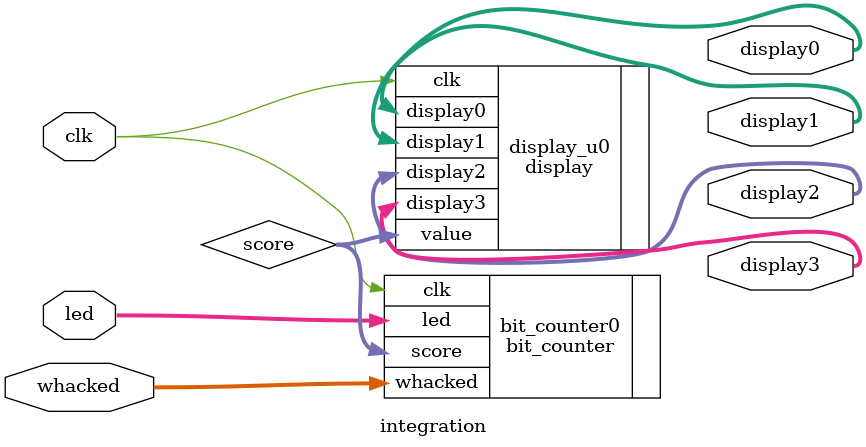
<source format=v>
module integration(
    input clk,
    input [17:0] led,
    input [17:0] whacked,
    output [6:0]  display0,
    output [6:0]  display1,
    output [6:0]  display2,
    output [6:0]  display3
);
    wire [10:0] score;
    bit_counter bit_counter0 (
        //Inputs
        .clk(clk),
        .led(led),
        .whacked(whacked),
        //Output
        .score(score));

    display display_u0(
        //Inputs
        .clk(clk),
        .value(score),
        //Outputs
        .display0(display0),
        .display1(display1),
        .display2(display2),
        .display3(display3));
endmodule

</source>
